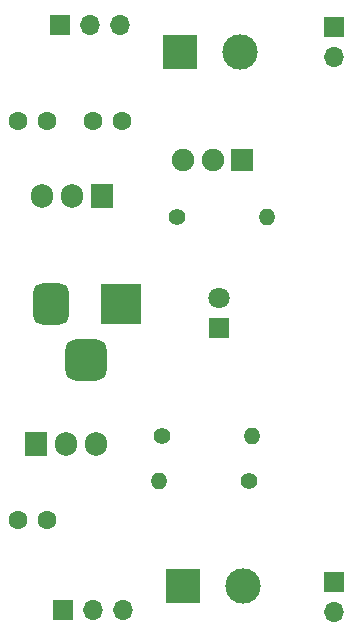
<source format=gts>
%TF.GenerationSoftware,KiCad,Pcbnew,8.0.6*%
%TF.CreationDate,2025-06-17T20:58:39+05:30*%
%TF.ProjectId,Breadboard Power Supply,42726561-6462-46f6-9172-6420506f7765,rev?*%
%TF.SameCoordinates,Original*%
%TF.FileFunction,Soldermask,Top*%
%TF.FilePolarity,Negative*%
%FSLAX46Y46*%
G04 Gerber Fmt 4.6, Leading zero omitted, Abs format (unit mm)*
G04 Created by KiCad (PCBNEW 8.0.6) date 2025-06-17 20:58:39*
%MOMM*%
%LPD*%
G01*
G04 APERTURE LIST*
G04 Aperture macros list*
%AMRoundRect*
0 Rectangle with rounded corners*
0 $1 Rounding radius*
0 $2 $3 $4 $5 $6 $7 $8 $9 X,Y pos of 4 corners*
0 Add a 4 corners polygon primitive as box body*
4,1,4,$2,$3,$4,$5,$6,$7,$8,$9,$2,$3,0*
0 Add four circle primitives for the rounded corners*
1,1,$1+$1,$2,$3*
1,1,$1+$1,$4,$5*
1,1,$1+$1,$6,$7*
1,1,$1+$1,$8,$9*
0 Add four rect primitives between the rounded corners*
20,1,$1+$1,$2,$3,$4,$5,0*
20,1,$1+$1,$4,$5,$6,$7,0*
20,1,$1+$1,$6,$7,$8,$9,0*
20,1,$1+$1,$8,$9,$2,$3,0*%
G04 Aperture macros list end*
%ADD10O,1.905000X2.000000*%
%ADD11R,1.905000X2.000000*%
%ADD12R,1.900000X1.900000*%
%ADD13C,1.900000*%
%ADD14C,1.400000*%
%ADD15O,1.400000X1.400000*%
%ADD16R,3.000000X3.000000*%
%ADD17C,3.000000*%
%ADD18R,3.500000X3.500000*%
%ADD19RoundRect,0.750000X-0.750000X-1.000000X0.750000X-1.000000X0.750000X1.000000X-0.750000X1.000000X0*%
%ADD20RoundRect,0.875000X-0.875000X-0.875000X0.875000X-0.875000X0.875000X0.875000X-0.875000X0.875000X0*%
%ADD21R,1.700000X1.700000*%
%ADD22O,1.700000X1.700000*%
%ADD23R,1.800000X1.800000*%
%ADD24C,1.800000*%
%ADD25C,1.600000*%
G04 APERTURE END LIST*
D10*
%TO.C,U2*%
X173482000Y-114737000D03*
X170942000Y-114737000D03*
D11*
X168402000Y-114737000D03*
%TD*%
%TO.C,U1*%
X173990000Y-93726000D03*
D10*
X171450000Y-93726000D03*
X168910000Y-93726000D03*
%TD*%
D12*
%TO.C,S1*%
X185888000Y-90678000D03*
D13*
X183388000Y-90678000D03*
X180888000Y-90678000D03*
%TD*%
D14*
%TO.C,R3*%
X179070000Y-114046000D03*
D15*
X186690000Y-114046000D03*
%TD*%
D14*
%TO.C,R2*%
X186436000Y-117856000D03*
D15*
X178816000Y-117856000D03*
%TD*%
D14*
%TO.C,R1*%
X180340000Y-95504000D03*
D15*
X187960000Y-95504000D03*
%TD*%
D16*
%TO.C,J7*%
X180848000Y-126746000D03*
D17*
X185928000Y-126746000D03*
%TD*%
D18*
%TO.C,J6*%
X175672000Y-102870000D03*
D19*
X169672000Y-102870000D03*
D20*
X172672000Y-107570000D03*
%TD*%
D16*
%TO.C,J5*%
X180594000Y-81534000D03*
D17*
X185674000Y-81534000D03*
%TD*%
D21*
%TO.C,J4*%
X170688000Y-128778000D03*
D22*
X173228000Y-128778000D03*
X175768000Y-128778000D03*
%TD*%
D21*
%TO.C,J3*%
X170434000Y-79248000D03*
D22*
X172974000Y-79248000D03*
X175514000Y-79248000D03*
%TD*%
D21*
%TO.C,J2*%
X193675000Y-126365000D03*
D22*
X193675000Y-128905000D03*
%TD*%
D21*
%TO.C,J1*%
X193675000Y-79375000D03*
D22*
X193675000Y-81915000D03*
%TD*%
D23*
%TO.C,D1*%
X183896000Y-104902000D03*
D24*
X183896000Y-102362000D03*
%TD*%
D25*
%TO.C,C3*%
X169398000Y-121158000D03*
X166898000Y-121158000D03*
%TD*%
%TO.C,C2*%
X169398000Y-87376000D03*
X166898000Y-87376000D03*
%TD*%
%TO.C,C1*%
X173248000Y-87376000D03*
X175748000Y-87376000D03*
%TD*%
M02*

</source>
